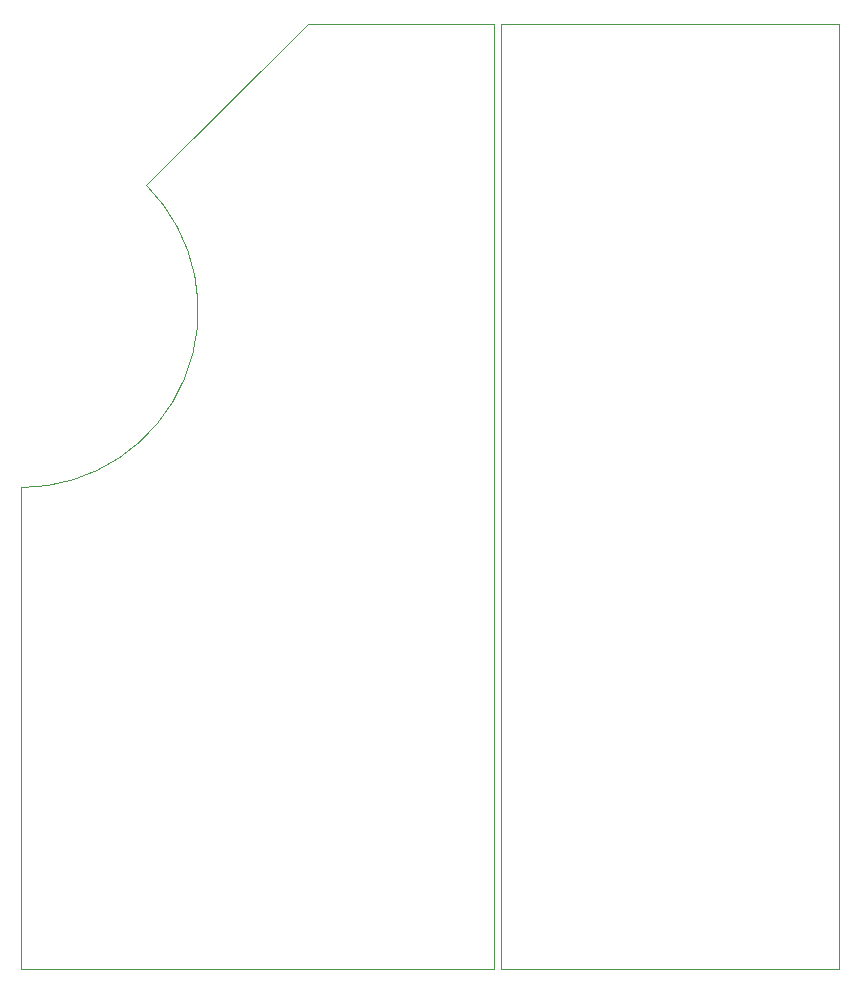
<source format=gbr>
%TF.GenerationSoftware,KiCad,Pcbnew,(6.0.7)*%
%TF.CreationDate,2022-08-22T18:42:59+08:00*%
%TF.ProjectId,TurnsCounter,5475726e-7343-46f7-956e-7465722e6b69,rev?*%
%TF.SameCoordinates,PX8d707f0PY7735940*%
%TF.FileFunction,Profile,NP*%
%FSLAX46Y46*%
G04 Gerber Fmt 4.6, Leading zero omitted, Abs format (unit mm)*
G04 Created by KiCad (PCBNEW (6.0.7)) date 2022-08-22 18:42:59*
%MOMM*%
%LPD*%
G01*
G04 APERTURE LIST*
%TA.AperFunction,Profile*%
%ADD10C,0.100000*%
%TD*%
G04 APERTURE END LIST*
D10*
X9500001Y44500000D02*
G75*
G03*
X9500001Y44500000I-1J0D01*
G01*
X40000000Y80000000D02*
X24260000Y80000000D01*
X69215000Y0D02*
X69215000Y80010000D01*
X40000000Y0D02*
X40000000Y80000000D01*
X0Y0D02*
X0Y40740000D01*
X40640000Y0D02*
X69215000Y0D01*
X10600000Y66350000D02*
X24260000Y80000000D01*
X40640000Y80010000D02*
X40640000Y0D01*
X0Y0D02*
X40000000Y0D01*
X69215000Y80010000D02*
X40640000Y80010000D01*
X0Y40739993D02*
G75*
G03*
X10600000Y66350000I0J14998677D01*
G01*
M02*

</source>
